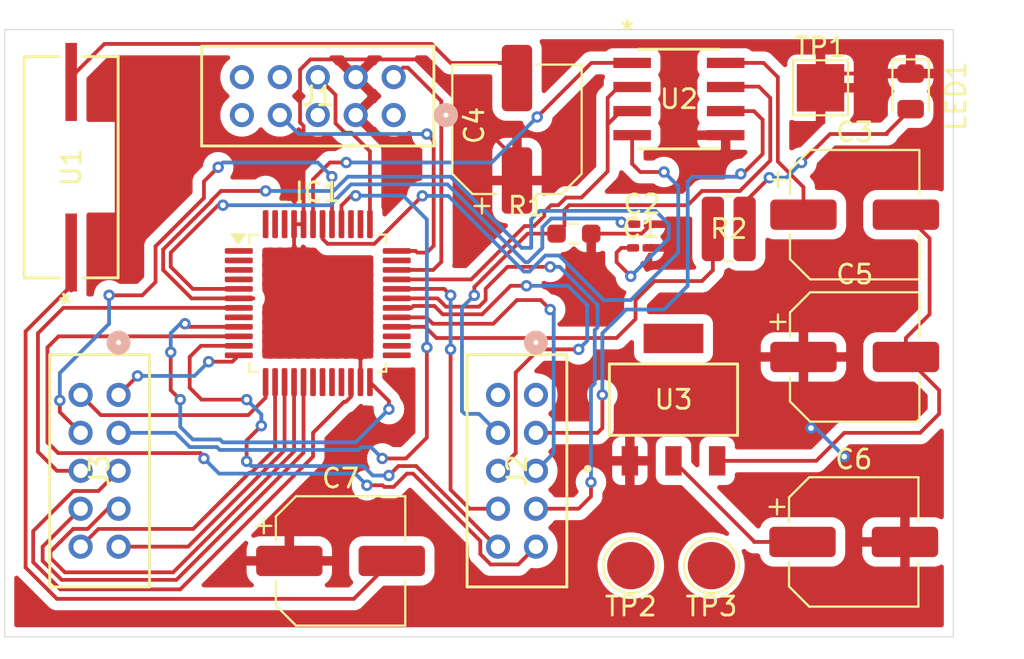
<source format=kicad_pcb>
(kicad_pcb (version 20240108) (generator "pcbnew") (generator_version "8.0")
  (layers (0 "F.Cu" signal) (31 "B.Cu" signal) (34 "B.Paste" user) (35 "F.Paste" user) (36 "B.SilkS" user "B.Silkscreen") (37 "F.SilkS" user "F.Silkscreen") (38 "B.Mask" user) (39 "F.Mask" user) (44 "Edge.Cuts" user))
  (net 0 "")
  (net 1 "RCC_OSC_OUT")
  (net 2 "USART1_DE")
  (net 3 "/NC")
  (net 4 "USART1_RX")
  (net 5 "TIM2_CH4")
  (net 6 "+3.3V")
  (net 7 "TIM2_CH2")
  (net 8 "TIM2_CH3")
  (net 9 "TIM2_CH1")
  (net 10 "MISO")
  (net 11 "CS")
  (net 12 "TIM3_CH4")
  (net 13 "USART3_RX")
  (net 14 "TIM1_CH1")
  (net 15 "TIM3_CH2")
  (net 16 "USART3_TX")
  (net 17 "TIM3_CH3")
  (net 18 "USART1_TX")
  (net 19 "GND")
  (net 20 "TIM1_CH3")
  (net 21 "SCLK")
  (net 22 "SWCLK")
  (net 23 "RCC_OSC_IN")
  (net 24 "SYS_SWDIO")
  (net 25 "LED")
  (net 26 "TIM1_CH4")
  (net 27 "TIM1_CH2")
  (net 28 "NRST")
  (net 29 "MOSI")
  (net 30 "TIM3_CH1")
  (net 31 "B")
  (net 32 "Net-(LED1-Pad2)")
  (net 33 "5.2V")
  (net 34 "3.3V")
  (net 35 "A")
  (net 36 "Net-(U2-VCC)")
  (net 37 "5V_GND")
  (net 38 "5V")
  (net 39 "+5V")
  (net 40 "/-3.3V")
  (net 41 "Net-(C4-Pad2)")
  (net 42 "Net-(C7-Pad2)")
  (net 43 "+5.0V")
  (footprint "Resistor_SMD:R_0603_1608Metric_Pad0.98x0.95mm_HandSolder" (layer "F.Cu") (at 155 92.75)
    (property "Reference" "R1")
    (property "Value" "20k")
  )
  (footprint "Resistor_SMD:R_0612_1632Metric_Pad1.18x3.40mm_HandSolder" (layer "F.Cu") (at 163.1625 92.5)
    (property "Reference" "R2")
    (property "Value" "4.2k")
  )
  (footprint "TestPoint:TestPoint_Pad_D2.5mm" (layer "F.Cu") (at 162.25 110.25 180)
    (property "Reference" "TP3")
    (property "Value" "TestPoint")
  )
  (footprint "Capacitor_SMD:C_0201_0603Metric_Pad0.64x0.40mm_HandSolder" (layer "F.Cu") (at 158.5925 92.25)
    (property "Reference" "C2")
    (property "Value" "18pF")
  )
  (footprint "ST Link:CON10_2X5_UF_DF11_HIR" (layer "F.Cu") (at 145.499999 86.5)
    (property "Reference" "J1")
    (property "Value" "~")
  )
  (footprint "Capacitor_SMD:CP_Elec_6.3x3" (layer "F.Cu") (at 152 87.25 90)
    (property "Reference" "C4")
    (property "Value" "18pF")
  )
  (footprint "Package_QFP:LQFP-48_7x7mm_P0.5mm" (layer "F.Cu") (at 141.5 96.4125)
    (property "Reference" "IC1")
    (property "Value" "STM32F091CCT7")
  )
  (footprint "Capacitor_SMD:CP_Elec_6.3x3" (layer "F.Cu") (at 169.8 99.25)
    (property "Reference" "C5")
    (property "Value" "GRM188R60G226MEA0D")
  )
  (footprint "MAX45:21-0041-3-M_90-0096-8L_MXM" (layer "F.Cu") (at 160.535001 85.655)
    (property "Reference" "U2")
    (property "Value" "MAX485CSA+T")
  )
  (footprint "A1117IH:SOT223_AZ1117I_6P5X3P5_DIO" (layer "F.Cu") (at 160.25 101.5)
    (property "Reference" "U3")
    (property "Value" "~")
  )
  (footprint "Capacitor_SMD:CP_Elec_6.3x3" (layer "F.Cu") (at 169.8 91.75)
    (property "Reference" "C3")
    (property "Value" "CL10B104KB8NNWC")
  )
  (footprint "TestPoint:TestPoint_Pad_2.5x2.5mm" (layer "F.Cu") (at 168 85.0625)
    (property "Reference" "TP1")
    (property "Value" "TestPoint")
  )
  (footprint "Backplane:CON10_2X5_UF_DF11_HIR" (layer "F.Cu") (at 153 101.25 90)
    (property "Reference" "J2")
    (property "Value" "DF11-10DP-2DSA24")
  )
  (footprint "Oscilator:ABLS-8.000MHZ-B2-T_ABR" (layer "F.Cu") (at 128.5 89.25 90)
    (property "Reference" "U1")
    (property "Value" "8mHz")
  )
  (footprint "Capacitor_SMD:CP_Elec_6.3x3" (layer "F.Cu") (at 142.7 110)
    (property "Reference" "C7")
    (property "Value" "18pF")
  )
  (footprint "Capacitor_SMD:CP_Elec_6.3x3" (layer "F.Cu") (at 169.75 109)
    (property "Reference" "C6")
    (property "Value" "GRM188R60G226MEA0D")
  )
  (footprint "Capacitor_SMD:C_0201_0603Metric_Pad0.64x0.40mm_HandSolder" (layer "F.Cu") (at 158.525 93.5)
    (property "Reference" "C1")
    (property "Value" "18pF")
  )
  (footprint "Backplane:CON10_2X5_UF_DF11_HIR" (layer "F.Cu") (at 131 101.25 90)
    (property "Reference" "J3")
    (property "Value" "DF11-10DP-2DSA24")
  )
  (footprint "LED_SMD:LED_0805_2012Metric" (layer "F.Cu") (at 172.75 85.25 -90)
    (property "Reference" "LED1")
    (property "Value" "APT2012SGC")
  )
  (footprint "TestPoint:TestPoint_Pad_D2.5mm" (layer "F.Cu") (at 158 110.25 180)
    (property "Reference" "TP2")
    (property "Value" "TestPoint")
  )
  (gr_line (start 175 114) (end 175 82) (stroke (width 0.05)) (layer "Edge.Cuts"))
  (gr_line (start 175 82) (end 125 82) (stroke (width 0.05)) (layer "Edge.Cuts"))
  (gr_line (start 125 114) (end 175 114) (stroke (width 0.05)) (layer "Edge.Cuts"))
  (gr_line (start 125 82) (end 125 114) (stroke (width 0.05)) (layer "Edge.Cuts"))
  (segment (start 157.5 93.5) (end 158.1175 93.5) (width 0.2) (layer "F.Cu") (net 1))
  (segment (start 137.3375 96.1625) (end 134.846815 96.1625) (width 0.2) (layer "F.Cu") (net 1))
  (segment (start 136.401471 90.5) (end 138.75 90.5) (width 0.2) (layer "F.Cu") (net 1))
  (segment (start 133.35 93.584314) (end 135.9 91.034314) (width 0.2) (layer "F.Cu") (net 1))
  (segment (start 135.9 91.001471) (end 136.401471 90.5) (width 0.2) (layer "F.Cu") (net 1))
  (segment (start 157.25 93.75) (end 157.5 93.5) (width 0.2) (layer "F.Cu") (net 1))
  (segment (start 134.846815 96.1625) (end 133.35 94.665685) (width 0.2) (layer "F.Cu") (net 1))
  (segment (start 157.25 94.25) (end 157.25 93.75) (width 0.2) (layer "F.Cu") (net 1))
  (segment (start 135.9 91.034314) (end 135.9 91.001471) (width 0.2) (layer "F.Cu") (net 1))
  (segment (start 133.35 94.665685) (end 133.35 93.584314) (width 0.2) (layer "F.Cu") (net 1))
  (segment (start 137.3375 96.1625) (end 138.10741 96.1625) (width 0.2) (layer "F.Cu") (net 1))
  (segment (start 158 95) (end 157.25 94.25) (width 0.2) (layer "F.Cu") (net 1))
  (via (at 138.75 90.5) (size 0.6) (drill 0.3) (layers "F.Cu" "B.Cu") (net 1))
  (via (at 158 95) (size 0.6) (drill 0.3) (layers "F.Cu" "B.Cu") (net 1))
  (segment (start 152.75 93.5) (end 152.75 92) (width 0.2) (layer "B.Cu") (net 1))
  (segment (start 160 92.25) (end 160 93) (width 0.2) (layer "B.Cu") (net 1))
  (segment (start 142.335785 90.5) (end 143.085785 89.75) (width 0.2) (layer "B.Cu") (net 1))
  (segment (start 148.5 89.75) (end 152.25 93.5) (width 0.2) (layer "B.Cu") (net 1))
  (segment (start 143.085785 89.75) (end 148.5 89.75) (width 0.2) (layer "B.Cu") (net 1))
  (segment (start 138.75 90.5) (end 142.335785 90.5) (width 0.2) (layer "B.Cu") (net 1))
  (segment (start 152.25 93.5) (end 152.75 93.5) (width 0.2) (layer "B.Cu") (net 1))
  (segment (start 160 93) (end 158 95) (width 0.2) (layer "B.Cu") (net 1))
  (segment (start 153.2 91.55) (end 159.3 91.55) (width 0.2) (layer "B.Cu") (net 1))
  (segment (start 159.3 91.55) (end 160 92.25) (width 0.2) (layer "B.Cu") (net 1))
  (segment (start 152.75 92) (end 153.2 91.55) (width 0.2) (layer "B.Cu") (net 1))
  (segment (start 149.5875 95.1625) (end 152.4 92.35) (width 0.2) (layer "F.Cu") (net 2))
  (segment (start 156.779402 89.470598) (end 156.779402 86.9896) (width 0.2) (layer "F.Cu") (net 2))
  (segment (start 153.800429 91.25) (end 154.184314 91.25) (width 0.2) (layer "F.Cu") (net 2))
  (segment (start 156.779402 86.9896) (end 157.479002 86.29) (width 0.2) (layer "F.Cu") (net 2))
  (segment (start 145.6625 95.1625) (end 149.5875 95.1625) (width 0.2) (layer "F.Cu") (net 2))
  (segment (start 157.349802 85.02) (end 156.779402 85.5904) (width 0.2) (layer "F.Cu") (net 2))
  (segment (start 152.4 92.35) (end 152.9 92.35) (width 0.2) (layer "F.Cu") (net 2))
  (segment (start 155.4 90.85) (end 156.779402 89.470598) (width 0.2) (layer "F.Cu") (net 2))
  (segment (start 154.584314 90.85) (end 155.4 90.85) (width 0.2) (layer "F.Cu") (net 2))
  (segment (start 153.434744 91.615685) (end 153.800429 91.25) (width 0.2) (layer "F.Cu") (net 2))
  (segment (start 152.9 92.35) (end 153.434744 91.815256) (width 0.2) (layer "F.Cu") (net 2))
  (segment (start 156.779402 85.5904) (end 156.779402 86.9896) (width 0.2) (layer "F.Cu") (net 2))
  (segment (start 157.479002 86.29) (end 158.070002 86.29) (width 0.2) (layer "F.Cu") (net 2))
  (segment (start 153.434744 91.815256) (end 153.434744 91.615685) (width 0.2) (layer "F.Cu") (net 2))
  (segment (start 154.184314 91.25) (end 154.584314 90.85) (width 0.2) (layer "F.Cu") (net 2))
  (segment (start 158.070002 85.02) (end 157.349802 85.02) (width 0.2) (layer "F.Cu") (net 2))
  (segment (start 141.25 89.888727) (end 141.25 92.25) (width 0.2) (layer "F.Cu") (net 4))
  (segment (start 142.138727 89) (end 141.25 89.888727) (width 0.2) (layer "F.Cu") (net 4))
  (segment (start 155.916635 83.75) (end 158.070002 83.75) (width 0.2) (layer "F.Cu") (net 4))
  (segment (start 153.064979 86.601656) (end 155.916635 83.75) (width 0.2) (layer "F.Cu") (net 4))
  (segment (start 143 89) (end 142.138727 89) (width 0.2) (layer "F.Cu") (net 4))
  (via (at 143 89) (size 0.6) (drill 0.3) (layers "F.Cu" "B.Cu") (net 4))
  (via (at 153.064979 86.601656) (size 0.6) (drill 0.3) (layers "F.Cu" "B.Cu") (net 4))
  (segment (start 153.064979 86.601656) (end 150.666635 89) (width 0.2) (layer "B.Cu") (net 4))
  (segment (start 150.666635 89) (end 143 89) (width 0.2) (layer "B.Cu") (net 4))
  (segment (start 128.999999 101.25) (end 130.064998 102.314999) (width 0.2) (layer "F.Cu") (net 5))
  (segment (start 138.75 101.4) (end 138.75 100.575) (width 0.2) (layer "F.Cu") (net 5))
  (segment (start 130.064998 102.314999) (end 137.835001 102.314999) (width 0.2) (layer "F.Cu") (net 5))
  (segment (start 137.835001 102.314999) (end 138.75 101.4) (width 0.2) (layer "F.Cu") (net 5))
  (segment (start 147.25 87.5) (end 147.609955 87.859955) (width 0.2) (layer "F.Cu") (net 6))
  (segment (start 133.75 101) (end 133.75 99) (width 0.2) (layer "F.Cu") (net 6))
  (segment (start 145.25 101.575) (end 145.25 102) (width 0.2) (layer "F.Cu") (net 6))
  (segment (start 146.75 93.75) (end 146.6625 93.6625) (width 0.2) (layer "F.Cu") (net 6))
  (segment (start 146.6625 93.6625) (end 145.6625 93.6625) (width 0.2) (layer "F.Cu") (net 6))
  (segment (start 147.25 93.75) (end 146.75 93.75) (width 0.2) (layer "F.Cu") (net 6))
  (segment (start 147.609955 93.390045) (end 147.25 93.75) (width 0.2) (layer "F.Cu") (net 6))
  (segment (start 134.5 97.5) (end 134.6625 97.6625) (width 0.2) (layer "F.Cu") (net 6))
  (segment (start 147.609955 87.859955) (end 147.609955 93.390045) (width 0.2) (layer "F.Cu") (net 6))
  (segment (start 144.25 100.575) (end 145.25 101.575) (width 0.2) (layer "F.Cu") (net 6))
  (segment (start 134.6625 97.6625) (end 137.3375 97.6625) (width 0.2) (layer "F.Cu") (net 6))
  (segment (start 134.25 101.5) (end 133.75 101) (width 0.2) (layer "F.Cu") (net 6))
  (via (at 134.25 101.5) (size 0.6) (drill 0.3) (layers "F.Cu" "B.Cu") (net 6))
  (via (at 145.25 102) (size 0.6) (drill 0.3) (layers "F.Cu" "B.Cu") (net 6))
  (via (at 134.5 97.5) (size 0.6) (drill 0.3) (layers "F.Cu" "B.Cu") (net 6))
  (via (at 147.25 87.5) (size 0.6) (drill 0.3) (layers "F.Cu" "B.Cu") (net 6))
  (via (at 133.75 99) (size 0.6) (drill 0.3) (layers "F.Cu" "B.Cu") (net 6))
  (segment (start 143.5 103.75) (end 136.500001 103.75) (width 0.2) (layer "B.Cu") (net 6))
  (segment (start 134.915686 103.6) (end 134.25 102.934314) (width 0.2) (layer "B.Cu") (net 6))
  (segment (start 140.499998 87.5) (end 139.499998 86.5) (width 0.2) (layer "B.Cu") (net 6))
  (segment (start 134.25 102.934314) (end 134.25 101.5) (width 0.2) (layer "B.Cu") (net 6))
  (segment (start 147.25 87.5) (end 140.499998 87.5) (width 0.2) (layer "B.Cu") (net 6))
  (segment (start 134 97.75) (end 134.25 97.5) (width 0.2) (layer "B.Cu") (net 6))
  (segment (start 133.75 98) (end 134 97.75) (width 0.2) (layer "B.Cu") (net 6))
  (segment (start 133.75 99) (end 133.75 98) (width 0.2) (layer "B.Cu") (net 6))
  (segment (start 136.500001 103.75) (end 136.350001 103.6) (width 0.2) (layer "B.Cu") (net 6))
  (segment (start 134.25 97.5) (end 134.5 97.5) (width 0.2) (layer "B.Cu") (net 6))
  (segment (start 136.350001 103.6) (end 134.915686 103.6) (width 0.2) (layer "B.Cu") (net 6))
  (segment (start 145.25 102) (end 143.5 103.75) (width 0.2) (layer "B.Cu") (net 6))
  (segment (start 146.684314 105) (end 150.934313 109.249999) (width 0.2) (layer "F.Cu") (net 7))
  (segment (start 137.75 103.65) (end 137.75 104.75) (width 0.2) (layer "F.Cu") (net 7))
  (segment (start 138.525 102.875) (end 137.75 103.65) (width 0.2) (layer "F.Cu") (net 7))
  (segment (start 135.375 101.5) (end 134.75 100.875) (width 0.2) (layer "F.Cu") (net 7))
  (segment (start 134.75 99.25) (end 135.3375 98.6625) (width 0.2) (layer "F.Cu") (net 7))
  (segment (start 135.3375 98.6625) (end 137.3375 98.6625) (width 0.2) (layer "F.Cu") (net 7))
  (segment (start 134.75 100.875) (end 134.75 99.25) (width 0.2) (layer "F.Cu") (net 7))
  (segment (start 137.75 101.5) (end 135.375 101.5) (width 0.2) (layer "F.Cu") (net 7))
  (segment (start 150.934313 109.249999) (end 150.999999 109.249999) (width 0.2) (layer "F.Cu") (net 7))
  (segment (start 145.75 105) (end 146.684314 105) (width 0.2) (layer "F.Cu") (net 7))
  (segment (start 145.25 105.5) (end 145.75 105) (width 0.2) (layer "F.Cu") (net 7))
  (via (at 138.525 102.875) (size 0.6) (drill 0.3) (layers "F.Cu" "B.Cu") (net 7))
  (via (at 145.25 105.5) (size 0.6) (drill 0.3) (layers "F.Cu" "B.Cu") (net 7))
  (via (at 137.75 101.5) (size 0.6) (drill 0.3) (layers "F.Cu" "B.Cu") (net 7))
  (via (at 137.75 104.75) (size 0.6) (drill 0.3) (layers "F.Cu" "B.Cu") (net 7))
  (segment (start 138.525 102.275) (end 137.75 101.5) (width 0.2) (layer "B.Cu") (net 7))
  (segment (start 138.525 102.875) (end 138.525 102.275) (width 0.2) (layer "B.Cu") (net 7))
  (segment (start 144.401471 105.5) (end 143.901471 105) (width 0.2) (layer "B.Cu") (net 7))
  (segment (start 145.25 105.5) (end 144.401471 105.5) (width 0.2) (layer "B.Cu") (net 7))
  (segment (start 138 105) (end 137.75 104.75) (width 0.2) (layer "B.Cu") (net 7))
  (segment (start 143.901471 105) (end 138 105) (width 0.2) (layer "B.Cu") (net 7))
  (segment (start 135.75 99.5) (end 137 99.5) (width 0.2) (layer "F.Cu") (net 8))
  (segment (start 137 99.5) (end 137.3375 99.1625) (width 0.2) (layer "F.Cu") (net 8))
  (segment (start 132 100.25) (end 131 101.25) (width 0.2) (layer "F.Cu") (net 8))
  (via (at 135.75 99.5) (size 0.6) (drill 0.3) (layers "F.Cu" "B.Cu") (net 8))
  (via (at 132 100.25) (size 0.6) (drill 0.3) (layers "F.Cu" "B.Cu") (net 8))
  (segment (start 132 100.25) (end 135 100.25) (width 0.2) (layer "B.Cu") (net 8))
  (segment (start 135 100.25) (end 135.75 99.5) (width 0.2) (layer "B.Cu") (net 8))
  (segment (start 127.25 98.75) (end 127.8375 98.1625) (width 0.2) (layer "F.Cu") (net 9))
  (segment (start 145.001471 106.1) (end 145.498529 106.1) (width 0.2) (layer "F.Cu") (net 9))
  (segment (start 127.25 103.75) (end 127.25 98.75) (width 0.2) (layer "F.Cu") (net 9))
  (segment (start 127.815 104.315) (end 127.25 103.75) (width 0.2) (layer "F.Cu") (net 9))
  (segment (start 127.8375 98.1625) (end 137.3375 98.1625) (width 0.2) (layer "F.Cu") (net 9))
  (segment (start 150.064999 109.637289) (end 150.612709 110.184999) (width 0.2) (layer "F.Cu") (net 9))
  (segment (start 135.5 104.6) (end 135.5 104.5) (width 0.2) (layer "F.Cu") (net 9))
  (segment (start 146.518628 105.4) (end 150.064999 108.946371) (width 0.2) (layer "F.Cu") (net 9))
  (segment (start 150.064999 108.946371) (end 150.064999 109.637289) (width 0.2) (layer "F.Cu") (net 9))
  (segment (start 144.91463 106.013159) (end 145.001471 106.1) (width 0.2) (layer "F.Cu") (net 9))
  (segment (start 144.090556 106.013159) (end 144.91463 106.013159) (width 0.2) (layer "F.Cu") (net 9))
  (segment (start 145.498529 106.1) (end 146.198529 105.4) (width 0.2) (layer "F.Cu") (net 9))
  (segment (start 146.198529 105.4) (end 146.518628 105.4) (width 0.2) (layer "F.Cu") (net 9))
  (segment (start 152.065 110.184999) (end 153 109.249999) (width 0.2) (layer "F.Cu") (net 9))
  (segment (start 150.612709 110.184999) (end 152.065 110.184999) (width 0.2) (layer "F.Cu") (net 9))
  (segment (start 135.315 104.315) (end 127.815 104.315) (width 0.2) (layer "F.Cu") (net 9))
  (segment (start 135.5 104.5) (end 135.315 104.315) (width 0.2) (layer "F.Cu") (net 9))
  (via (at 135.5 104.6) (size 0.6) (drill 0.3) (layers "F.Cu" "B.Cu") (net 9))
  (via (at 144.090556 106.013159) (size 0.6) (drill 0.3) (layers "F.Cu" "B.Cu") (net 9))
  (segment (start 136.3 105.4) (end 143.477397 105.4) (width 0.2) (layer "B.Cu") (net 9))
  (segment (start 135.5 104.6) (end 136.3 105.4) (width 0.2) (layer "B.Cu") (net 9))
  (segment (start 143.477397 105.4) (end 144.090556 106.013159) (width 0.2) (layer "B.Cu") (net 9))
  (segment (start 129.369314 108.314999) (end 128.604866 108.314999) (width 0.2) (layer "F.Cu") (net 10))
  (segment (start 128.604866 108.314999) (end 127.407843 109.512022) (width 0.2) (layer "F.Cu") (net 10))
  (segment (start 130.434312 107.250001) (end 129.369314 108.314999) (width 0.2) (layer "F.Cu") (net 10))
  (segment (start 133.879901 110.6) (end 140.25 104.229901) (width 0.2) (layer "F.Cu") (net 10))
  (segment (start 131 107.250001) (end 130.434312 107.250001) (width 0.2) (layer "F.Cu") (net 10))
  (segment (start 127.407843 109.842157) (end 128.165686 110.6) (width 0.2) (layer "F.Cu") (net 10))
  (segment (start 140.25 104.229901) (end 140.25 100.575) (width 0.2) (layer "F.Cu") (net 10))
  (segment (start 127.407843 109.512022) (end 127.407843 109.842157) (width 0.2) (layer "F.Cu") (net 10))
  (segment (start 128.165686 110.6) (end 133.879901 110.6) (width 0.2) (layer "F.Cu") (net 10))
  (segment (start 137.998529 105.35) (end 139.25 104.098529) (width 0.2) (layer "F.Cu") (net 11))
  (segment (start 134.935001 108.314999) (end 137.9 105.35) (width 0.2) (layer "F.Cu") (net 11))
  (segment (start 129.934999 108.314999) (end 134.935001 108.314999) (width 0.2) (layer "F.Cu") (net 11))
  (segment (start 139.25 104.098529) (end 139.25 100.575) (width 0.2) (layer "F.Cu") (net 11))
  (segment (start 137.9 105.35) (end 137.998529 105.35) (width 0.2) (layer "F.Cu") (net 11))
  (segment (start 128.999999 109.249999) (end 129.934999 108.314999) (width 0.2) (layer "F.Cu") (net 11))
  (segment (start 142.98241 101.6125) (end 143.25 101.34491) (width 0.2) (layer "F.Cu") (net 13))
  (segment (start 141.25 103.25) (end 142.8875 101.6125) (width 0.2) (layer "F.Cu") (net 13))
  (segment (start 142.8875 101.6125) (end 142.98241 101.6125) (width 0.2) (layer "F.Cu") (net 13))
  (segment (start 141.25 104.5) (end 141.25 103.25) (width 0.2) (layer "F.Cu") (net 13))
  (segment (start 143.25 101.34491) (end 143.25 100.575) (width 0.2) (layer "F.Cu") (net 13))
  (segment (start 127.934314 111.5) (end 134.25 111.5) (width 0.2) (layer "F.Cu") (net 13))
  (segment (start 131 105.25) (end 129.934999 106.315001) (width 0.2) (layer "F.Cu") (net 13))
  (segment (start 129.934999 106.315001) (end 128.612709 106.315001) (width 0.2) (layer "F.Cu") (net 13))
  (segment (start 134.25 111.5) (end 141.25 104.5) (width 0.2) (layer "F.Cu") (net 13))
  (segment (start 128.612709 106.315001) (end 126.5 108.42771) (width 0.2) (layer "F.Cu") (net 13))
  (segment (start 126.5 110.065686) (end 127.934314 111.5) (width 0.2) (layer "F.Cu") (net 13))
  (segment (start 126.5 108.42771) (end 126.5 110.065686) (width 0.2) (layer "F.Cu") (net 13))
  (segment (start 153.75 96.75) (end 153.25 96.25) (width 0.2) (layer "F.Cu") (net 14))
  (segment (start 152 96.25) (end 150.75 97.5) (width 0.2) (layer "F.Cu") (net 14))
  (segment (start 153.25 96.25) (end 152 96.25) (width 0.2) (layer "F.Cu") (net 14))
  (segment (start 150.75 97.5) (end 147.565685 97.5) (width 0.2) (layer "F.Cu") (net 14))
  (segment (start 147.228185 97.1625) (end 145.6625 97.1625) (width 0.2) (layer "F.Cu") (net 14))
  (segment (start 147.565685 97.5) (end 147.228185 97.1625) (width 0.2) (layer "F.Cu") (net 14))
  (via (at 153.75 96.75) (size 0.6) (drill 0.3) (layers "F.Cu" "B.Cu") (net 14))
  (segment (start 153.935 96.935) (end 153.935 104.315) (width 0.2) (layer "B.Cu") (net 14))
  (segment (start 153.75 96.75) (end 153.935 96.935) (width 0.2) (layer "B.Cu") (net 14))
  (segment (start 153.935 104.315) (end 153 105.25) (width 0.2) (layer "B.Cu") (net 14))
  (segment (start 132.95 95.3) (end 132.95 93.418628) (width 0.2) (layer "F.Cu") (net 15))
  (segment (start 135.5 90) (end 136.25 89.25) (width 0.2) (layer "F.Cu") (net 15))
  (segment (start 130.5 96) (end 132.25 96) (width 0.2) (layer "F.Cu") (net 15))
  (segment (start 132.25 96) (end 132.95 95.3) (width 0.2) (layer "F.Cu") (net 15))
  (segment (start 127.903515 102.153515) (end 128.999999 103.249999) (width 0.2) (layer "F.Cu") (net 15))
  (segment (start 132.95 93.418628) (end 135.5 90.868628) (width 0.2) (layer "F.Cu") (net 15))
  (segment (start 127.903515 101.543178) (end 127.903515 102.153515) (width 0.2) (layer "F.Cu") (net 15))
  (segment (start 142.25 89.75) (end 142.25 92.25) (width 0.2) (layer "F.Cu") (net 15))
  (segment (start 142.243628 89.743628) (end 142.25 89.75) (width 0.2) (layer "F.Cu") (net 15))
  (segment (start 135.5 90.868628) (end 135.5 90) (width 0.2) (layer "F.Cu") (net 15))
  (via (at 127.903515 101.543178) (size 0.6) (drill 0.3) (layers "F.Cu" "B.Cu") (net 15))
  (via (at 130.5 96) (size 0.6) (drill 0.3) (layers "F.Cu" "B.Cu") (net 15))
  (via (at 142.243628 89.743628) (size 0.6) (drill 0.3) (layers "F.Cu" "B.Cu") (net 15))
  (via (at 136.25 89.25) (size 0.6) (drill 0.3) (layers "F.Cu" "B.Cu") (net 15))
  (segment (start 142.243628 89.743628) (end 141.5 89) (width 0.2) (layer "B.Cu") (net 15))
  (segment (start 141.5 89) (end 136.5 89) (width 0.2) (layer "B.Cu") (net 15))
  (segment (start 127.903515 100.096485) (end 130.5 97.5) (width 0.2) (layer "B.Cu") (net 15))
  (segment (start 130.5 97.5) (end 130.5 96) (width 0.2) (layer "B.Cu") (net 15))
  (segment (start 127.903515 101.543178) (end 127.903515 100.096485) (width 0.2) (layer "B.Cu") (net 15))
  (segment (start 136.5 89) (end 136.25 89.25) (width 0.2) (layer "B.Cu") (net 15))
  (segment (start 144.48241 93.2875) (end 142.01759 93.2875) (width 0.2) (layer "F.Cu") (net 18))
  (segment (start 158.5 89.5) (end 158.070002 89.070002) (width 0.2) (layer "F.Cu") (net 18))
  (segment (start 141.75 93.01991) (end 141.75 92.25) (width 0.2) (layer "F.Cu") (net 18))
  (segment (start 158.070002 89.070002) (end 158.070002 87.56) (width 0.2) (layer "F.Cu") (net 18))
  (segment (start 158.070002 87.56) (end 157.349802 87.56) (width 0.2) (layer "F.Cu") (net 18))
  (segment (start 147.009955 90.759955) (end 144.48241 93.2875) (width 0.2) (layer "F.Cu") (net 18))
  (segment (start 142.01759 93.2875) (end 141.75 93.01991) (width 0.2) (layer "F.Cu") (net 18))
  (segment (start 159.75 89.5) (end 158.5 89.5) (width 0.2) (layer "F.Cu") (net 18))
  (via (at 159.75 89.5) (size 0.6) (drill 0.3) (layers "F.Cu" "B.Cu") (net 18))
  (via (at 147.009955 90.759955) (size 0.6) (drill 0.3) (layers "F.Cu" "B.Cu") (net 18))
  (segment (start 160.5 93.75) (end 158 96.25) (width 0.2) (layer "B.Cu") (net 18))
  (segment (start 152.651471 94.75) (end 152.368628 94.75) (width 0.2) (layer "B.Cu") (net 18))
  (segment (start 152.368628 94.75) (end 148.378583 90.759955) (width 0.2) (layer "B.Cu") (net 18))
  (segment (start 160.5 90.25) (end 160.5 93.75) (width 0.2) (layer "B.Cu") (net 18))
  (segment (start 148.378583 90.759955) (end 147.009955 90.759955) (width 0.2) (layer "B.Cu") (net 18))
  (segment (start 154.215686 93.9) (end 153.501471 93.9) (width 0.2) (layer "B.Cu") (net 18))
  (segment (start 153.501471 93.9) (end 152.651471 94.75) (width 0.2) (layer "B.Cu") (net 18))
  (segment (start 159.75 89.5) (end 160.5 90.25) (width 0.2) (layer "B.Cu") (net 18))
  (segment (start 158 96.25) (end 156.565686 96.25) (width 0.2) (layer "B.Cu") (net 18))
  (segment (start 156.565686 96.25) (end 154.215686 93.9) (width 0.2) (layer "B.Cu") (net 18))
  (segment (start 167.1 99.5) (end 167.35 99.25) (width 0.2) (layer "F.Cu") (net 19))
  (segment (start 172.45 105.5) (end 172.45 109) (width 0.2) (layer "F.Cu") (net 19))
  (segment (start 141.112709 83.564999) (end 146.664999 83.564999) (width 0.2) (layer "F.Cu") (net 19))
  (segment (start 143.75 98.80509) (end 140.25 95.30509) (width 0.2) (layer "F.Cu") (net 19))
  (segment (start 155.8975 92.75) (end 158.570956 92.75) (width 0.2) (layer "F.Cu") (net 19))
  (segment (start 140.75 92.25) (end 140.75 87.072291) (width 0.2) (layer "F.Cu") (net 19))
  (segment (start 140.564999 86.88729) (end 140.564999 84.112709) (width 0.2) (layer "F.Cu") (net 19))
  (segment (start 140.75 87.072291) (end 140.564999 86.88729) (width 0.2) (layer "F.Cu") (net 19))
  (segment (start 140.25 92.25) (end 140.75 92.25) (width 0.2) (layer "F.Cu") (net 19))
  (segment (start 158.570956 92.75) (end 159 92.320956) (width 0.2) (layer "F.Cu") (net 19))
  (segment (start 171.45 104.5) (end 172.45 105.5) (width 0.2) (layer "F.Cu") (net 19))
  (segment (start 159 92.320956) (end 159 92.25) (width 0.2) (layer "F.Cu") (net 19))
  (segment (start 168.75 84.3125) (end 168 85.0625) (width 0.2) (layer "F.Cu") (net 19))
  (segment (start 143.75 100.575) (end 143.75 98.80509) (width 0.2) (layer "F.Cu") (net 19))
  (segment (start 140.25 95.30509) (end 140.25 92.25) (width 0.2) (layer "F.Cu") (net 19))
  (segment (start 169.25 104.5) (end 171.45 104.5) (width 0.2) (layer "F.Cu") (net 19))
  (segment (start 167.5 103) (end 167.5 102) (width 0.2) (layer "F.Cu") (net 19))
  (segment (start 167.1 101.6) (end 167.1 99.5) (width 0.2) (layer "F.Cu") (net 19))
  (segment (start 172.75 84.3125) (end 168.75 84.3125) (width 0.2) (layer "F.Cu") (net 19))
  (segment (start 167.5 102) (end 167.1 101.6) (width 0.2) (layer "F.Cu") (net 19))
  (segment (start 146.664999 83.564999) (end 152 88.9) (width 0.2) (layer "F.Cu") (net 19))
  (segment (start 152 88.9) (end 152 89.95) (width 0.2) (layer "F.Cu") (net 19))
  (segment (start 140.564999 84.112709) (end 141.112709 83.564999) (width 0.2) (layer "F.Cu") (net 19))
  (via (at 167.5 103) (size 0.6) (drill 0.3) (layers "F.Cu" "B.Cu") (net 19))
  (via (at 169.25 104.5) (size 0.6) (drill 0.3) (layers "F.Cu" "B.Cu") (net 19))
  (segment (start 169.25 104.5) (end 167.75 103) (width 0.2) (layer "B.Cu") (net 19))
  (segment (start 167.75 103) (end 167.5 103) (width 0.2) (layer "B.Cu") (net 19))
  (segment (start 155 107.25) (end 154.999999 107.250001) (width 0.2) (layer "F.Cu") (net 20))
  (segment (start 155.9 105.85) (end 155.9 106.6) (width 0.2) (layer "F.Cu") (net 20))
  (segment (start 153.75 94.5) (end 151.5 94.5) (width 0.2) (layer "F.Cu") (net 20))
  (segment (start 148.251471 96.6) (end 147.813971 96.1625) (width 0.2) (layer "F.Cu") (net 20))
  (segment (start 155.25 107.25) (end 155 107.25) (width 0.2) (layer "F.Cu") (net 20))
  (segment (start 149.998529 96.6) (end 148.251471 96.6) (width 0.2) (layer "F.Cu") (net 20))
  (segment (start 155.9 106.6) (end 155.25 107.25) (width 0.2) (layer "F.Cu") (net 20))
  (segment (start 147.813971 96.1625) (end 145.6625 96.1625) (width 0.2) (layer "F.Cu") (net 20))
  (segment (start 150.35 96.248529) (end 149.998529 96.6) (width 0.2) (layer "F.Cu") (net 20))
  (segment (start 150.35 95.65) (end 150.35 96.248529) (width 0.2) (layer "F.Cu") (net 20))
  (segment (start 151.5 94.5) (end 150.35 95.65) (width 0.2) (layer "F.Cu") (net 20))
  (segment (start 154.999999 107.250001) (end 153 107.250001) (width 0.2) (layer "F.Cu") (net 20))
  (via (at 153.75 94.5) (size 0.6) (drill 0.3) (layers "F.Cu" "B.Cu") (net 20))
  (via (at 155.9 105.85) (size 0.6) (drill 0.3) (layers "F.Cu" "B.Cu") (net 20))
  (segment (start 156.1 97.834314) (end 156.1 100.65) (width 0.2) (layer "B.Cu") (net 20))
  (segment (start 156.25 96.5) (end 156.25 97.684314) (width 0.2) (layer "B.Cu") (net 20))
  (segment (start 154.25 94.5) (end 156.25 96.5) (width 0.2) (layer "B.Cu") (net 20))
  (segment (start 156.25 97.684314) (end 156.1 97.834314) (width 0.2) (layer "B.Cu") (net 20))
  (segment (start 156.1 100.65) (end 155.9 100.85) (width 0.2) (layer "B.Cu") (net 20))
  (segment (start 153.75 94.5) (end 154.25 94.5) (width 0.2) (layer "B.Cu") (net 20))
  (segment (start 155.9 100.85) (end 155.9 105.85) (width 0.2) (layer "B.Cu") (net 20))
  (segment (start 139.75 104.164215) (end 139.75 100.575) (width 0.2) (layer "F.Cu") (net 21))
  (segment (start 131 109.249999) (end 134.664216 109.249999) (width 0.2) (layer "F.Cu") (net 21))
  (segment (start 134.664216 109.249999) (end 139.75 104.164215) (width 0.2) (layer "F.Cu") (net 21))
  (segment (start 142.434999 86.934999) (end 142.434999 85.434999) (width 0.2) (layer "F.Cu") (net 22))
  (segment (start 144.25 92.25) (end 144.25 88.411145) (width 0.2) (layer "F.Cu") (net 22))
  (segment (start 142.935 87.435) (end 142.434999 86.934999) (width 0.2) (layer "F.Cu") (net 22))
  (segment (start 143.273855 87.435) (end 142.935 87.435) (width 0.2) (layer "F.Cu") (net 22))
  (segment (start 142.434999 85.434999) (end 141.499999 84.499999) (width 0.2) (layer "F.Cu") (net 22))
  (segment (start 144.25 88.411145) (end 143.273855 87.435) (width 0.2) (layer "F.Cu") (net 22))
  (segment (start 133.75 94.5) (end 134.9125 95.6625) (width 0.2) (layer "F.Cu") (net 23))
  (segment (start 133.75 93.75) (end 133.75 94.5) (width 0.2) (layer "F.Cu") (net 23))
  (segment (start 158.085 92.15) (end 158.185 92.25) (width 0.2) (layer "F.Cu") (net 23))
  (segment (start 134.9125 95.6625) (end 137.3375 95.6625) (width 0.2) (layer "F.Cu") (net 23))
  (segment (start 157.5 92.15) (end 158.085 92.15) (width 0.2) (layer "F.Cu") (net 23))
  (segment (start 136.5 91.25) (end 136.25 91.25) (width 0.2) (layer "F.Cu") (net 23))
  (segment (start 136.25 91.25) (end 133.75 93.75) (width 0.2) (layer "F.Cu") (net 23))
  (via (at 136.5 91.25) (size 0.6) (drill 0.3) (layers "F.Cu" "B.Cu") (net 23))
  (via (at 157.5 92.15) (size 0.6) (drill 0.3) (layers "F.Cu" "B.Cu") (net 23))
  (segment (start 142.151471 91.25) (end 136.5 91.25) (width 0.2) (layer "B.Cu") (net 23))
  (segment (start 153.335785 92.414215) (end 153.335785 93.5) (width 0.2) (layer "B.Cu") (net 23))
  (segment (start 157.3 91.95) (end 153.8 91.95) (width 0.2) (layer "B.Cu") (net 23))
  (segment (start 143.251471 90.15) (end 142.151471 91.25) (width 0.2) (layer "B.Cu") (net 23))
  (segment (start 152.585785 94.25) (end 152.434314 94.25) (width 0.2) (layer "B.Cu") (net 23))
  (segment (start 153.335785 93.5) (end 152.585785 94.25) (width 0.2) (layer "B.Cu") (net 23))
  (segment (start 153.8 91.95) (end 153.335785 92.414215) (width 0.2) (layer "B.Cu") (net 23))
  (segment (start 152.434314 94.25) (end 148.334314 90.15) (width 0.2) (layer "B.Cu") (net 23))
  (segment (start 157.5 92.15) (end 157.3 91.95) (width 0.2) (layer "B.Cu") (net 23))
  (segment (start 148.334314 90.15) (end 143.251471 90.15) (width 0.2) (layer "B.Cu") (net 23))
  (segment (start 145.499999 84.499999) (end 145.999998 84) (width 0.2) (layer "F.Cu") (net 24))
  (segment (start 148.009955 94.240045) (end 147.5875 94.6625) (width 0.2) (layer "F.Cu") (net 24))
  (segment (start 148.009955 85.759955) (end 148.009955 94.240045) (width 0.2) (layer "F.Cu") (net 24))
  (segment (start 146.25 84) (end 148.009955 85.759955) (width 0.2) (layer "F.Cu") (net 24))
  (segment (start 147.5875 94.6625) (end 145.6625 94.6625) (width 0.2) (layer "F.Cu") (net 24))
  (segment (start 145.999998 84) (end 146.25 84) (width 0.2) (layer "F.Cu") (net 24))
  (segment (start 158.25 97.25) (end 158.25 96.25) (width 0.2) (layer "F.Cu") (net 25))
  (segment (start 158.25 96.25) (end 159.25 95.25) (width 0.2) (layer "F.Cu") (net 25))
  (segment (start 147.1625 97.6625) (end 147.75 98.25) (width 0.2) (layer "F.Cu") (net 25))
  (segment (start 159.25 95.25) (end 161.75 95.25) (width 0.2) (layer "F.Cu") (net 25))
  (segment (start 161.75 95.25) (end 162.325 94.675) (width 0.2) (layer "F.Cu") (net 25))
  (segment (start 157.25 98.25) (end 158.25 97.25) (width 0.2) (layer "F.Cu") (net 25))
  (segment (start 162.325 94.675) (end 162.325 92.5) (width 0.2) (layer "F.Cu") (net 25))
  (segment (start 147.75 98.25) (end 157.25 98.25) (width 0.2) (layer "F.Cu") (net 25))
  (segment (start 145.6625 97.6625) (end 147.1625 97.6625) (width 0.2) (layer "F.Cu") (net 25))
  (segment (start 148.1625 95.6625) (end 145.6625 95.6625) (width 0.2) (layer "F.Cu") (net 26))
  (segment (start 148.5 106.25) (end 149.500001 107.250001) (width 0.2) (layer "F.Cu") (net 26))
  (segment (start 149.500001 107.250001) (end 150.999999 107.250001) (width 0.2) (layer "F.Cu") (net 26))
  (segment (start 148.5 96) (end 148.1625 95.6625) (width 0.2) (layer "F.Cu") (net 26))
  (segment (start 148.5 98.85) (end 148.5 106.25) (width 0.2) (layer "F.Cu") (net 26))
  (via (at 148.5 96) (size 0.6) (drill 0.3) (layers "F.Cu" "B.Cu") (net 26))
  (via (at 148.5 98.85) (size 0.6) (drill 0.3) (layers "F.Cu" "B.Cu") (net 26))
  (via (at 148.5 96) (size 0.6) (drill 0.3) (layers "F.Cu" "B.Cu") (net 26))
  (segment (start 148.5 98.85) (end 148.5 96) (width 0.2) (layer "B.Cu") (net 26))
  (segment (start 151.934999 100.065001) (end 151.934999 104.315) (width 0.2) (layer "F.Cu") (net 27))
  (segment (start 155.25 98.85) (end 153.15 98.85) (width 0.2) (layer "F.Cu") (net 27))
  (segment (start 153.15 98.85) (end 151.934999 100.065001) (width 0.2) (layer "F.Cu") (net 27))
  (segment (start 151.664215 95.5) (end 152.5 95.5) (width 0.2) (layer "F.Cu") (net 27))
  (segment (start 150.164215 97) (end 151.664215 95.5) (width 0.2) (layer "F.Cu") (net 27))
  (segment (start 146.53241 96.5625) (end 147.648285 96.5625) (width 0.2) (layer "F.Cu") (net 27))
  (segment (start 148.085785 97) (end 150.164215 97) (width 0.2) (layer "F.Cu") (net 27))
  (segment (start 147.648285 96.5625) (end 148.085785 97) (width 0.2) (layer "F.Cu") (net 27))
  (segment (start 145.6625 96.6625) (end 146.43241 96.6625) (width 0.2) (layer "F.Cu") (net 27))
  (segment (start 151.934999 104.315) (end 150.999999 105.25) (width 0.2) (layer "F.Cu") (net 27))
  (segment (start 146.43241 96.6625) (end 146.53241 96.5625) (width 0.2) (layer "F.Cu") (net 27))
  (via (at 152.5 95.5) (size 0.6) (drill 0.3) (layers "F.Cu" "B.Cu") (net 27))
  (via (at 155.25 98.85) (size 0.6) (drill 0.3) (layers "F.Cu" "B.Cu") (net 27))
  (segment (start 155.25 98.85) (end 155.7 98.4) (width 0.2) (layer "B.Cu") (net 27))
  (segment (start 154.684314 95.5) (end 152.5 95.5) (width 0.2) (layer "B.Cu") (net 27))
  (segment (start 155.717157 96.532843) (end 154.684314 95.5) (width 0.2) (layer "B.Cu") (net 27))
  (segment (start 155.7 98.4) (end 155.7 96.55) (width 0.2) (layer "B.Cu") (net 27))
  (segment (start 155.7 96.55) (end 155.717157 96.532843) (width 0.2) (layer "B.Cu") (net 27))
  (segment (start 126.75 98) (end 128.0875 96.6625) (width 0.2) (layer "F.Cu") (net 28))
  (segment (start 128.999999 105.25) (end 127.75 105.25) (width 0.2) (layer "F.Cu") (net 28))
  (segment (start 128.0875 96.6625) (end 137.3375 96.6625) (width 0.2) (layer "F.Cu") (net 28))
  (segment (start 127.75 105.25) (end 126.75 104.25) (width 0.2) (layer "F.Cu") (net 28))
  (segment (start 126.75 104.25) (end 126.75 98) (width 0.2) (layer "F.Cu") (net 28))
  (segment (start 127 110) (end 128 111) (width 0.2) (layer "F.Cu") (net 29))
  (segment (start 140.75 104.295587) (end 140.75 100.575) (width 0.2) (layer "F.Cu") (net 29))
  (segment (start 134.045587 111) (end 140.75 104.295587) (width 0.2) (layer "F.Cu") (net 29))
  (segment (start 127 109.25) (end 127 110) (width 0.2) (layer "F.Cu") (net 29))
  (segment (start 128 111) (end 134.045587 111) (width 0.2) (layer "F.Cu") (net 29))
  (segment (start 128.999999 107.250001) (end 127 109.25) (width 0.2) (layer "F.Cu") (net 29))
  (segment (start 147.25 103.5) (end 146.15 104.6) (width 0.2) (layer "F.Cu") (net 30))
  (segment (start 142.75 91.265686) (end 142.75 92.25) (width 0.2) (layer "F.Cu") (net 30))
  (segment (start 146.15 104.6) (end 144.9 104.6) (width 0.2) (layer "F.Cu") (net 30))
  (segment (start 143.5 90.75) (end 143.265686 90.75) (width 0.2) (layer "F.Cu") (net 30))
  (segment (start 147.25 98.75) (end 147.25 103.5) (width 0.2) (layer "F.Cu") (net 30))
  (segment (start 143.265686 90.75) (end 142.75 91.265686) (width 0.2) (layer "F.Cu") (net 30))
  (via (at 143.5 90.75) (size 0.6) (drill 0.3) (layers "F.Cu" "B.Cu") (net 30))
  (via (at 144.9 104.6) (size 0.6) (drill 0.3) (layers "F.Cu" "B.Cu") (net 30))
  (via (at 147.25 98.75) (size 0.6) (drill 0.3) (layers "F.Cu" "B.Cu") (net 30))
  (segment (start 143.665686 104.15) (end 136.334315 104.15) (width 0.2) (layer "B.Cu") (net 30))
  (segment (start 144.3 104) (end 143.815686 104) (width 0.2) (layer "B.Cu") (net 30))
  (segment (start 147.25 92) (end 146 90.75) (width 0.2) (layer "B.Cu") (net 30))
  (segment (start 143.815686 104) (end 143.665686 104.15) (width 0.2) (layer "B.Cu") (net 30))
  (segment (start 147.25 98.75) (end 147.25 92) (width 0.2) (layer "B.Cu") (net 30))
  (segment (start 136.184315 104) (end 134.75 104) (width 0.2) (layer "B.Cu") (net 30))
  (segment (start 144.9 104.6) (end 144.3 104) (width 0.2) (layer "B.Cu") (net 30))
  (segment (start 134.75 104) (end 133.999999 103.249999) (width 0.2) (layer "B.Cu") (net 30))
  (segment (start 136.334315 104.15) (end 136.184315 104) (width 0.2) (layer "B.Cu") (net 30))
  (segment (start 133.999999 103.249999) (end 131 103.249999) (width 0.2) (layer "B.Cu") (net 30))
  (segment (start 146 90.75) (end 143.5 90.75) (width 0.2) (layer "B.Cu") (net 30))
  (segment (start 161.752756 90.5) (end 161.002756 91.25) (width 0.2) (layer "F.Cu") (net 31))
  (segment (start 154.5 91.5) (end 154.5 92.3375) (width 0.2) (layer "F.Cu") (net 31))
  (segment (start 149.75 95.5625) (end 149.75 96) (width 0.2) (layer "F.Cu") (net 31))
  (segment (start 165.35 85.6) (end 165.35 88.9) (width 0.2) (layer "F.Cu") (net 31))
  (segment (start 163.02 85) (end 164.75 85) (width 0.2) (layer "F.Cu") (net 31))
  (segment (start 164.75 85) (end 165.35 85.6) (width 0.2) (layer "F.Cu") (net 31))
  (segment (start 149.753186 95.5625) (end 149.75 95.5625) (width 0.2) (layer "F.Cu") (net 31))
  (segment (start 161.002756 91.25) (end 154.75 91.25) (width 0.2) (layer "F.Cu") (net 31))
  (segment (start 154.0875 92.75) (end 152.565686 92.75) (width 0.2) (layer "F.Cu") (net 31))
  (segment (start 165.35 88.9) (end 163.75 90.5) (width 0.2) (layer "F.Cu") (net 31))
  (segment (start 163.75 90.5) (end 161.752756 90.5) (width 0.2) (layer "F.Cu") (net 31))
  (segment (start 163 85.02) (end 163.02 85) (width 0.2) (layer "F.Cu") (net 31))
  (segment (start 152.565686 92.75) (end 149.753186 95.5625) (width 0.2) (layer "F.Cu") (net 31))
  (segment (start 154.75 91.25) (end 154.5 91.5) (width 0.2) (layer "F.Cu") (net 31))
  (segment (start 154.5 92.3375) (end 154.0875 92.75) (width 0.2) (layer "F.Cu") (net 31))
  (via (at 149.75 96) (size 0.6) (drill 0.3) (layers "F.Cu" "B.Cu") (net 31))
  (segment (start 150 102.25) (end 150.999999 103.249999) (width 0.2) (layer "B.Cu") (net 31))
  (segment (start 149.75 96) (end 149.1 96.65) (width 0.2) (layer "B.Cu") (net 31))
  (segment (start 149.25 102.25) (end 150 102.25) (width 0.2) (layer "B.Cu") (net 31))
  (segment (start 149.1 102.1) (end 149.25 102.25) (width 0.2) (layer "B.Cu") (net 31))
  (segment (start 149.1 96.65) (end 149.1 102.1) (width 0.2) (layer "B.Cu") (net 31))
  (segment (start 168.5 87.5) (end 167 89) (width 0.2) (layer "F.Cu") (net 32))
  (segment (start 164 91.09853) (end 164 92.5) (width 0.2) (layer "F.Cu") (net 32))
  (segment (start 172.75 86.1875) (end 171.5 87.4375) (width 0.2) (layer "F.Cu") (net 32))
  (segment (start 165.299265 89.799265) (end 164 91.09853) (width 0.2) (layer "F.Cu") (net 32))
  (segment (start 171.5 87.4375) (end 171.5 87.5) (width 0.2) (layer "F.Cu") (net 32))
  (segment (start 171.5 87.5) (end 168.5 87.5) (width 0.2) (layer "F.Cu") (net 32))
  (via (at 167 89) (size 0.6) (drill 0.3) (layers "F.Cu" "B.Cu") (net 32))
  (via (at 165.299265 89.799265) (size 0.6) (drill 0.3) (layers "F.Cu" "B.Cu") (net 32))
  (segment (start 165.299265 89.799265) (end 166.200735 89.799265) (width 0.2) (layer "B.Cu") (net 32))
  (segment (start 166.200735 89.799265) (end 167 89) (width 0.2) (layer "B.Cu") (net 32))
  (segment (start 163.899265 89.600735) (end 164.95 88.55) (width 0.2) (layer "F.Cu") (net 35))
  (segment (start 164.95 86.75) (end 164.49 86.29) (width 0.2) (layer "F.Cu") (net 35))
  (segment (start 164.95 88.55) (end 164.95 86.75) (width 0.2) (layer "F.Cu") (net 35))
  (segment (start 156.5 101.25) (end 156.5 103) (width 0.2) (layer "F.Cu") (net 35))
  (segment (start 164.49 86.29) (end 163 86.29) (width 0.2) (layer "F.Cu") (net 35))
  (segment (start 156.5 103) (end 156.250001 103.249999) (width 0.2) (layer "F.Cu") (net 35))
  (segment (start 156.250001 103.249999) (end 153 103.249999) (width 0.2) (layer "F.Cu") (net 35))
  (segment (start 163.800735 89.600735) (end 163.899265 89.600735) (width 0.2) (layer "F.Cu") (net 35))
  (via (at 163.800735 89.600735) (size 0.6) (drill 0.3) (layers "F.Cu" "B.Cu") (net 35))
  (via (at 156.5 101.25) (size 0.6) (drill 0.3) (layers "F.Cu" "B.Cu") (net 35))
  (segment (start 163.65147 89.75) (end 161.25 89.75) (width 0.2) (layer "B.Cu") (net 35))
  (segment (start 161 90) (end 161 95.5) (width 0.2) (layer "B.Cu") (net 35))
  (segment (start 159.75 96.75) (end 157.75 96.75) (width 0.2) (layer "B.Cu") (net 35))
  (segment (start 157.75 96.75) (end 156.5 98) (width 0.2) (layer "B.Cu") (net 35))
  (segment (start 163.800735 89.600735) (end 163.65147 89.75) (width 0.2) (layer "B.Cu") (net 35))
  (segment (start 161.25 89.75) (end 161 90) (width 0.2) (layer "B.Cu") (net 35))
  (segment (start 156.5 98) (end 156.5 101.25) (width 0.2) (layer "B.Cu") (net 35))
  (segment (start 161 95.5) (end 159.75 96.75) (width 0.2) (layer "B.Cu") (net 35))
  (segment (start 165 83.75) (end 163 83.75) (width 0.2) (layer "F.Cu") (net 36))
  (segment (start 167.1 90.3) (end 165.75 88.95) (width 0.2) (layer "F.Cu") (net 36))
  (segment (start 165.75 84.5) (end 165 83.75) (width 0.2) (layer "F.Cu") (net 36))
  (segment (start 167.1 91.75) (end 167.1 90.3) (width 0.2) (layer "F.Cu") (net 36))
  (segment (start 165.75 88.95) (end 165.75 84.5) (width 0.2) (layer "F.Cu") (net 36))
  (segment (start 169.25 103.25) (end 173.25 103.25) (width 0.2) (layer "F.Cu") (net 39))
  (segment (start 172.5 98.25) (end 173.75 97) (width 0.2) (layer "F.Cu") (net 39))
  (segment (start 174.25 101) (end 172.5 99.25) (width 0.2) (layer "F.Cu") (net 39))
  (segment (start 174.25 102.25) (end 174.25 101) (width 0.2) (layer "F.Cu") (net 39))
  (segment (start 173.25 103.25) (end 174.25 102.25) (width 0.2) (layer "F.Cu") (net 39))
  (segment (start 162.55 104.7258) (end 167.7742 104.7258) (width 0.2) (layer "F.Cu") (net 39))
  (segment (start 167.7742 104.7258) (end 169.25 103.25) (width 0.2) (layer "F.Cu") (net 39))
  (segment (start 172.5 99.25) (end 172.5 98.25) (width 0.2) (layer "F.Cu") (net 39))
  (segment (start 173.75 97) (end 173.75 93) (width 0.2) (layer "F.Cu") (net 39))
  (segment (start 173.75 93) (end 172.5 91.75) (width 0.2) (layer "F.Cu") (net 39))
  (segment (start 164.5 108.9758) (end 160.25 104.7258) (width 0.2) (layer "F.Cu") (net 40))
  (segment (start 167.05 109) (end 164.5 109) (width 0.2) (layer "F.Cu") (net 40))
  (segment (start 164.5 109) (end 164.5 108.9758) (width 0.2) (layer "F.Cu") (net 40))
  (segment (start 147.5 82.75) (end 130.25 82.75) (width 0.2) (layer "F.Cu") (net 41))
  (segment (start 128.5 84.5) (end 128.5 84.7542) (width 0.2) (layer "F.Cu") (net 41))
  (segment (start 151.2 83.75) (end 148.5 83.75) (width 0.2) (layer "F.Cu") (net 41))
  (segment (start 148.5 83.75) (end 147.5 82.75) (width 0.2) (layer "F.Cu") (net 41))
  (segment (start 130.25 82.75) (end 128.5 84.5) (width 0.2) (layer "F.Cu") (net 41))
  (segment (start 152 84.55) (end 151.2 83.75) (width 0.2) (layer "F.Cu") (net 41))
  (segment (start 128.5 93.7458) (end 128.5 95.684314) (width 0.2) (layer "F.Cu") (net 42))
  (segment (start 143.4 112) (end 127.75 112) (width 0.2) (layer "F.Cu") (net 42))
  (segment (start 128.5 93.4916) (end 128.5 95.75) (width 0.2) (layer "F.Cu") (net 42))
  (segment (start 126.1 110.35) (end 126.1 97.9) (width 0.2) (layer "F.Cu") (net 42))
  (segment (start 145.4 110) (end 143.4 112) (width 0.2) (layer "F.Cu") (net 42))
  (segment (start 128.5 95.5) (end 128.5 93.7458) (width 0.2) (layer "F.Cu") (net 42))
  (segment (start 126.1 97.9) (end 128.5 95.5) (width 0.2) (layer "F.Cu") (net 42))
  (segment (start 127.75 112) (end 126.1 110.35) (width 0.2) (layer "F.Cu") (net 42))
  (zone (net 19) (net_name "GND") (layer "F.Cu") (connect_pads (clearance 0.5)) (min_thickness 0.25) (fill yes (thermal_gap 0.5) (thermal_bridge_width 0.5))
    (polygon (pts (xy 125 82) (xy 125 114) (xy 175 114) (xy 175 82) (xy 124.75 82)))
  )
)
</source>
